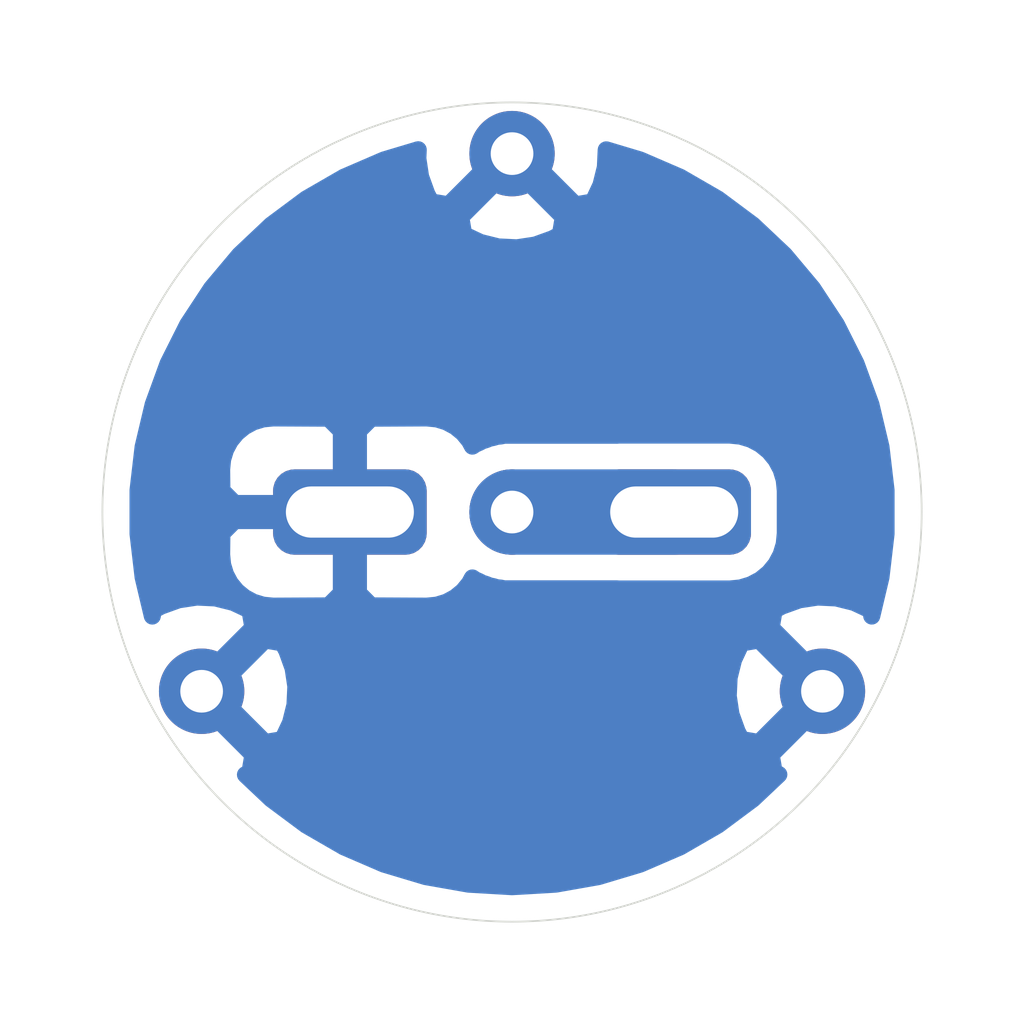
<source format=kicad_pcb>
(kicad_pcb (version 20171130) (host pcbnew "(5.1.7)-1")

  (general
    (thickness 1.6)
    (drawings 1)
    (tracks 1)
    (zones 0)
    (modules 6)
    (nets 3)
  )

  (page A4)
  (layers
    (0 F.Cu signal)
    (31 B.Cu signal)
    (32 B.Adhes user)
    (33 F.Adhes user)
    (34 B.Paste user)
    (35 F.Paste user)
    (36 B.SilkS user)
    (37 F.SilkS user)
    (38 B.Mask user)
    (39 F.Mask user)
    (40 Dwgs.User user)
    (41 Cmts.User user)
    (42 Eco1.User user)
    (43 Eco2.User user)
    (44 Edge.Cuts user)
    (45 Margin user)
    (46 B.CrtYd user)
    (47 F.CrtYd user)
    (48 B.Fab user)
    (49 F.Fab user)
  )

  (setup
    (last_trace_width 0.25)
    (user_trace_width 2.5)
    (trace_clearance 0.2)
    (zone_clearance 0.75)
    (zone_45_only yes)
    (trace_min 0.2)
    (via_size 0.8)
    (via_drill 0.4)
    (via_min_size 0.4)
    (via_min_drill 0.3)
    (uvia_size 0.3)
    (uvia_drill 0.1)
    (uvias_allowed no)
    (uvia_min_size 0.2)
    (uvia_min_drill 0.1)
    (edge_width 0.05)
    (segment_width 0.2)
    (pcb_text_width 0.3)
    (pcb_text_size 1.5 1.5)
    (mod_edge_width 0.12)
    (mod_text_size 1 1)
    (mod_text_width 0.15)
    (pad_size 2.5 2.5)
    (pad_drill 1.25)
    (pad_to_mask_clearance 0)
    (aux_axis_origin 0 0)
    (visible_elements 7FFFFF7F)
    (pcbplotparams
      (layerselection 0x010fc_ffffffff)
      (usegerberextensions true)
      (usegerberattributes false)
      (usegerberadvancedattributes false)
      (creategerberjobfile false)
      (excludeedgelayer true)
      (linewidth 0.100000)
      (plotframeref false)
      (viasonmask false)
      (mode 1)
      (useauxorigin false)
      (hpglpennumber 1)
      (hpglpenspeed 20)
      (hpglpendiameter 15.000000)
      (psnegative false)
      (psa4output false)
      (plotreference true)
      (plotvalue false)
      (plotinvisibletext false)
      (padsonsilk false)
      (subtractmaskfromsilk true)
      (outputformat 1)
      (mirror false)
      (drillshape 0)
      (scaleselection 1)
      (outputdirectory "gerber"))
  )

  (net 0 "")
  (net 1 VCC)
  (net 2 GND)

  (net_class Default "This is the default net class."
    (clearance 0.2)
    (trace_width 0.25)
    (via_dia 0.8)
    (via_drill 0.4)
    (uvia_dia 0.3)
    (uvia_drill 0.1)
    (add_net GND)
    (add_net VCC)
  )

  (module Wire_Pads:SolderWirePad_single_1-2mmDrill (layer F.Cu) (tedit 629E67C3) (tstamp 6292C988)
    (at 168.514527 38.930525)
    (path /6292F956)
    (fp_text reference J6 (at 0 -3.81) (layer F.SilkS) hide
      (effects (font (size 1 1) (thickness 0.15)))
    )
    (fp_text value Conn_01x01 (at -1.905 3.175) (layer F.Fab) hide
      (effects (font (size 1 1) (thickness 0.15)))
    )
    (pad 1 thru_hole roundrect (at 0 0) (size 4.5 2.5) (drill oval 3.75 1.5) (layers *.Cu *.Mask) (roundrect_rratio 0.25)
      (net 2 GND))
    (model ${KISYS3DMOD}/Capacitor_THT.3dshapes/CP_Radial_D18.0mm_P7.50mm.step
      (offset (xyz 1 0 0))
      (scale (xyz 1 1 1))
      (rotate (xyz 0 0 0))
    )
  )

  (module Wire_Pads:SolderWirePad_single_1-2mmDrill (layer F.Cu) (tedit 629E67CB) (tstamp 6292A594)
    (at 178.014526 38.930524)
    (path /6292BAB5)
    (fp_text reference J5 (at 0 -3.81) (layer F.SilkS) hide
      (effects (font (size 1 1) (thickness 0.15)))
    )
    (fp_text value Conn_01x01 (at -1.905 3.175) (layer F.Fab) hide
      (effects (font (size 1 1) (thickness 0.15)))
    )
    (pad 1 thru_hole roundrect (at 0 0) (size 4.5 2.5) (drill oval 3.75 1.5) (layers *.Cu *.Mask) (roundrect_rratio 0.25)
      (net 1 VCC))
  )

  (module Wire_Pads:SolderWirePad_single_1-2mmDrill (layer F.Cu) (tedit 629E894D) (tstamp 6292A591)
    (at 182.357793 44.180524)
    (path /6292B3FA)
    (fp_text reference J4 (at 0 -3.81) (layer F.SilkS) hide
      (effects (font (size 1 1) (thickness 0.15)))
    )
    (fp_text value Conn_01x01 (at -1.905 3.175) (layer F.Fab) hide
      (effects (font (size 1 1) (thickness 0.15)))
    )
    (pad 1 thru_hole circle (at 0 0) (size 2.5 2.5) (drill 1.25) (layers *.Cu *.Mask)
      (net 2 GND))
  )

  (module Wire_Pads:SolderWirePad_single_1-2mmDrill (layer F.Cu) (tedit 629E8947) (tstamp 6292A58E)
    (at 173.264526 28.430525)
    (path /6292B030)
    (fp_text reference J3 (at 0 -3.81) (layer F.SilkS) hide
      (effects (font (size 1 1) (thickness 0.15)))
    )
    (fp_text value Conn_01x01 (at -1.905 3.175) (layer F.Fab) hide
      (effects (font (size 1 1) (thickness 0.15)))
    )
    (pad 1 thru_hole circle (at 0 0) (size 2.5 2.5) (drill 1.25) (layers *.Cu *.Mask)
      (net 2 GND))
  )

  (module Wire_Pads:SolderWirePad_single_1-2mmDrill (layer F.Cu) (tedit 629E8953) (tstamp 6292A58B)
    (at 164.171259 44.180524)
    (path /6292AB1C)
    (fp_text reference J2 (at 0 -3.81) (layer F.SilkS) hide
      (effects (font (size 1 1) (thickness 0.15)))
    )
    (fp_text value Conn_01x01 (at -1.905 3.175) (layer F.Fab) hide
      (effects (font (size 1 1) (thickness 0.15)))
    )
    (pad 1 thru_hole circle (at 0 0) (size 2.5 2.5) (drill 1.25) (layers *.Cu *.Mask)
      (net 2 GND))
  )

  (module Wire_Pads:SolderWirePad_single_1-2mmDrill (layer F.Cu) (tedit 629E8968) (tstamp 6292A588)
    (at 173.264526 38.930524)
    (path /6292A71E)
    (fp_text reference J1 (at 0 -3.81) (layer F.SilkS) hide
      (effects (font (size 1 1) (thickness 0.15)))
    )
    (fp_text value Conn_01x01 (at -1.905 3.175) (layer F.Fab) hide
      (effects (font (size 1 1) (thickness 0.15)))
    )
    (pad 1 thru_hole circle (at 0 0) (size 2.5 2.5) (drill 1.25) (layers *.Cu *.Mask)
      (net 1 VCC))
  )

  (gr_circle (center 173.264526 38.930524) (end 185.264526 38.930524) (layer Edge.Cuts) (width 0.05))

  (segment (start 173.264526 38.930524) (end 178.014526 38.930524) (width 2.5) (layer B.Cu) (net 1))

  (zone (net 2) (net_name GND) (layer B.Cu) (tstamp 629E8985) (hatch edge 0.508)
    (connect_pads (clearance 0.75))
    (min_thickness 0.5)
    (fill yes (arc_segments 32) (thermal_gap 1.25) (thermal_bridge_width 1))
    (polygon
      (pts
        (xy 188.264526 53.930524) (xy 158.264526 53.930524) (xy 158.264526 23.930524) (xy 188.264526 23.930524)
      )
    )
    (filled_polygon
      (pts
        (xy 173.632222 28.416383) (xy 173.618079 28.430525) (xy 175.120812 29.933258) (xy 175.637866 29.84584) (xy 175.868377 29.35563)
        (xy 175.998824 28.829868) (xy 176.022757 28.319383) (xy 177.018197 28.617397) (xy 178.190097 29.122906) (xy 179.295387 29.761045)
        (xy 180.31912 30.523186) (xy 181.247452 31.399022) (xy 182.067828 32.376708) (xy 182.769155 33.443024) (xy 183.341948 34.583549)
        (xy 183.778461 35.782859) (xy 184.072791 37.024735) (xy 184.220958 38.292385) (xy 184.220958 39.568663) (xy 184.072791 40.836313)
        (xy 183.802079 41.978538) (xy 183.773108 41.807184) (xy 183.282898 41.576673) (xy 182.757136 41.446226) (xy 182.216027 41.420857)
        (xy 181.680367 41.50154) (xy 181.17074 41.685176) (xy 180.942478 41.807184) (xy 180.85506 42.324238) (xy 182.357793 43.826971)
        (xy 182.371936 43.812829) (xy 182.725489 44.166382) (xy 182.711346 44.180524) (xy 182.829229 44.298407) (xy 182.769155 44.418024)
        (xy 182.559899 44.736183) (xy 182.357793 44.534077) (xy 180.85506 46.03681) (xy 180.942478 46.553864) (xy 181.081045 46.619022)
        (xy 180.31912 47.337862) (xy 179.295387 48.100003) (xy 178.190097 48.738142) (xy 177.018197 49.243651) (xy 175.795535 49.609691)
        (xy 174.538646 49.831315) (xy 173.264526 49.905524) (xy 171.990406 49.831315) (xy 170.733517 49.609691) (xy 169.510855 49.243651)
        (xy 168.338955 48.738142) (xy 167.233665 48.100003) (xy 166.209932 47.337862) (xy 165.454033 46.624708) (xy 165.586574 46.553864)
        (xy 165.673992 46.03681) (xy 164.171259 44.534077) (xy 163.969153 44.736183) (xy 163.759897 44.418024) (xy 163.699823 44.298407)
        (xy 163.817706 44.180524) (xy 164.524812 44.180524) (xy 166.027545 45.683257) (xy 166.544599 45.595839) (xy 166.77511 45.105629)
        (xy 166.905557 44.579867) (xy 166.917633 44.32229) (xy 179.598126 44.32229) (xy 179.678809 44.85795) (xy 179.862445 45.367577)
        (xy 179.984453 45.595839) (xy 180.501507 45.683257) (xy 182.00424 44.180524) (xy 180.501507 42.677791) (xy 179.984453 42.765209)
        (xy 179.753942 43.255419) (xy 179.623495 43.781181) (xy 179.598126 44.32229) (xy 166.917633 44.32229) (xy 166.930926 44.038758)
        (xy 166.850243 43.503098) (xy 166.666607 42.993471) (xy 166.544599 42.765209) (xy 166.027545 42.677791) (xy 164.524812 44.180524)
        (xy 163.817706 44.180524) (xy 163.803564 44.166382) (xy 164.157117 43.812829) (xy 164.171259 43.826971) (xy 165.673992 42.324238)
        (xy 165.586574 41.807184) (xy 165.096364 41.576673) (xy 164.570602 41.446226) (xy 164.029493 41.420857) (xy 163.493833 41.50154)
        (xy 162.984206 41.685176) (xy 162.755944 41.807184) (xy 162.726973 41.978538) (xy 162.456261 40.836313) (xy 162.379611 40.180525)
        (xy 164.757269 40.180525) (xy 164.786231 40.474576) (xy 164.872002 40.757328) (xy 165.011288 41.017913) (xy 165.198735 41.246317)
        (xy 165.427139 41.433764) (xy 165.687724 41.57305) (xy 165.970476 41.658821) (xy 166.264527 41.687783) (xy 167.889527 41.680525)
        (xy 168.264527 41.305525) (xy 168.264527 39.180525) (xy 165.139527 39.180525) (xy 164.764527 39.555525) (xy 164.757269 40.180525)
        (xy 162.379611 40.180525) (xy 162.308094 39.568663) (xy 162.308094 38.292385) (xy 162.37961 37.680525) (xy 164.757269 37.680525)
        (xy 164.764527 38.305525) (xy 165.139527 38.680525) (xy 168.264527 38.680525) (xy 168.264527 36.555525) (xy 168.764527 36.555525)
        (xy 168.764527 38.680525) (xy 168.784527 38.680525) (xy 168.784527 39.180525) (xy 168.764527 39.180525) (xy 168.764527 41.305525)
        (xy 169.139527 41.680525) (xy 170.764527 41.687783) (xy 171.058578 41.658821) (xy 171.34133 41.57305) (xy 171.601915 41.433764)
        (xy 171.830319 41.246317) (xy 172.017766 41.017913) (xy 172.101973 40.860374) (xy 172.106392 40.862736) (xy 172.198751 40.924448)
        (xy 172.301376 40.966957) (xy 172.399322 41.01931) (xy 172.5056 41.051549) (xy 172.608225 41.094058) (xy 172.71717 41.115728)
        (xy 172.823449 41.147968) (xy 172.933977 41.158854) (xy 173.04292 41.180524) (xy 176.340405 41.180524) (xy 176.389526 41.185362)
        (xy 179.639526 41.185362) (xy 179.957492 41.154045) (xy 180.263238 41.061298) (xy 180.545015 40.910685) (xy 180.791996 40.707994)
        (xy 180.994687 40.461013) (xy 181.1453 40.179236) (xy 181.238047 39.87349) (xy 181.269364 39.555524) (xy 181.269364 38.305524)
        (xy 181.238047 37.987558) (xy 181.1453 37.681812) (xy 180.994687 37.400035) (xy 180.791996 37.153054) (xy 180.545015 36.950363)
        (xy 180.263238 36.79975) (xy 179.957492 36.707003) (xy 179.639526 36.675686) (xy 176.389526 36.675686) (xy 176.340405 36.680524)
        (xy 173.04292 36.680524) (xy 172.933977 36.702194) (xy 172.823449 36.71308) (xy 172.71717 36.74532) (xy 172.608225 36.76699)
        (xy 172.5056 36.809499) (xy 172.399322 36.841738) (xy 172.301376 36.894091) (xy 172.198751 36.9366) (xy 172.106392 36.998312)
        (xy 172.101972 37.000675) (xy 172.017766 36.843137) (xy 171.830319 36.614733) (xy 171.601915 36.427286) (xy 171.34133 36.288)
        (xy 171.058578 36.202229) (xy 170.764527 36.173267) (xy 169.139527 36.180525) (xy 168.764527 36.555525) (xy 168.264527 36.555525)
        (xy 167.889527 36.180525) (xy 166.264527 36.173267) (xy 165.970476 36.202229) (xy 165.687724 36.288) (xy 165.427139 36.427286)
        (xy 165.198735 36.614733) (xy 165.011288 36.843137) (xy 164.872002 37.103722) (xy 164.786231 37.386474) (xy 164.757269 37.680525)
        (xy 162.37961 37.680525) (xy 162.456261 37.024735) (xy 162.750591 35.782859) (xy 163.187104 34.583549) (xy 163.759897 33.443024)
        (xy 164.461224 32.376708) (xy 165.2816 31.399022) (xy 166.209932 30.523186) (xy 166.527438 30.286811) (xy 171.761793 30.286811)
        (xy 171.849211 30.803865) (xy 172.339421 31.034376) (xy 172.865183 31.164823) (xy 173.406292 31.190192) (xy 173.941952 31.109509)
        (xy 174.451579 30.925873) (xy 174.679841 30.803865) (xy 174.767259 30.286811) (xy 173.264526 28.784078) (xy 171.761793 30.286811)
        (xy 166.527438 30.286811) (xy 167.233665 29.761045) (xy 168.338955 29.122906) (xy 169.510855 28.617397) (xy 170.516865 28.316218)
        (xy 170.504859 28.572291) (xy 170.585542 29.107951) (xy 170.769178 29.617578) (xy 170.891186 29.84584) (xy 171.40824 29.933258)
        (xy 172.910973 28.430525) (xy 172.896831 28.416383) (xy 173.250384 28.06283) (xy 173.264526 28.076972) (xy 173.278669 28.06283)
      )
    )
  )
)

</source>
